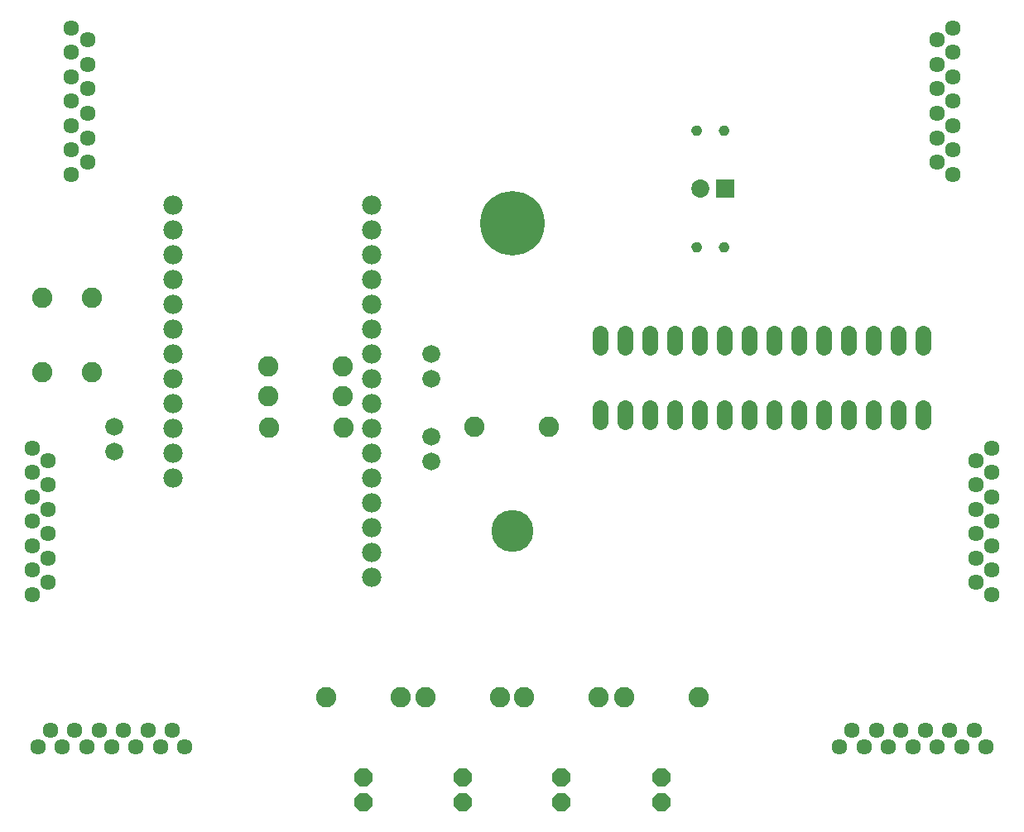
<source format=gts>
G75*
%MOIN*%
%OFA0B0*%
%FSLAX25Y25*%
%IPPOS*%
%LPD*%
%AMOC8*
5,1,8,0,0,1.08239X$1,22.5*
%
%ADD10C,0.25997*%
%ADD11C,0.16942*%
%ADD12C,0.07800*%
%ADD13C,0.06350*%
%ADD14C,0.08200*%
%ADD15C,0.07200*%
%ADD16C,0.00500*%
%ADD17R,0.07300X0.07300*%
%ADD18C,0.07300*%
%ADD19OC8,0.07400*%
%ADD20C,0.06400*%
D10*
X0241757Y0256435D03*
D11*
X0241757Y0132419D03*
D12*
X0185301Y0133600D03*
X0185301Y0123600D03*
X0185301Y0113600D03*
X0185301Y0143600D03*
X0185301Y0153600D03*
X0185301Y0163600D03*
X0185301Y0173600D03*
X0185301Y0183600D03*
X0185301Y0193600D03*
X0185301Y0203600D03*
X0185301Y0213600D03*
X0185301Y0223600D03*
X0185301Y0233600D03*
X0185301Y0243600D03*
X0185301Y0253600D03*
X0185301Y0263600D03*
X0105301Y0263600D03*
X0105301Y0253600D03*
X0105301Y0243600D03*
X0105301Y0233600D03*
X0105301Y0223600D03*
X0105301Y0213600D03*
X0105301Y0203600D03*
X0105301Y0193600D03*
X0105301Y0183600D03*
X0105301Y0173600D03*
X0105301Y0163600D03*
X0105301Y0153600D03*
D13*
X0050852Y0045490D03*
X0055773Y0051986D03*
X0060694Y0045490D03*
X0065616Y0051986D03*
X0070537Y0045490D03*
X0075458Y0051986D03*
X0080380Y0045490D03*
X0085301Y0051986D03*
X0090222Y0045490D03*
X0095143Y0051986D03*
X0100065Y0045490D03*
X0104986Y0051986D03*
X0109907Y0045490D03*
X0048529Y0106789D03*
X0055025Y0111711D03*
X0048529Y0116632D03*
X0055025Y0121553D03*
X0048529Y0126475D03*
X0055025Y0131396D03*
X0048529Y0136317D03*
X0055025Y0141238D03*
X0048529Y0146160D03*
X0055025Y0151081D03*
X0048529Y0156002D03*
X0055025Y0160923D03*
X0048529Y0165845D03*
X0064277Y0276160D03*
X0070773Y0281081D03*
X0064277Y0286002D03*
X0070773Y0290923D03*
X0064277Y0295845D03*
X0070773Y0300766D03*
X0064277Y0305687D03*
X0070773Y0310608D03*
X0064277Y0315530D03*
X0070773Y0320451D03*
X0064277Y0325372D03*
X0070773Y0330293D03*
X0064277Y0335215D03*
X0412742Y0330293D03*
X0419238Y0335215D03*
X0419238Y0325372D03*
X0412742Y0320451D03*
X0419238Y0315530D03*
X0412742Y0310608D03*
X0419238Y0305687D03*
X0412742Y0300766D03*
X0419238Y0295845D03*
X0412742Y0290923D03*
X0419238Y0286002D03*
X0412742Y0281081D03*
X0419238Y0276160D03*
X0434986Y0165845D03*
X0428490Y0160923D03*
X0434986Y0156002D03*
X0428490Y0151081D03*
X0434986Y0146160D03*
X0428490Y0141238D03*
X0434986Y0136317D03*
X0428490Y0131396D03*
X0434986Y0126475D03*
X0428490Y0121553D03*
X0434986Y0116632D03*
X0428490Y0111711D03*
X0434986Y0106789D03*
X0427742Y0051986D03*
X0432663Y0045490D03*
X0422820Y0045490D03*
X0417899Y0051986D03*
X0412978Y0045490D03*
X0408057Y0051986D03*
X0403135Y0045490D03*
X0398214Y0051986D03*
X0393293Y0045490D03*
X0388372Y0051986D03*
X0383450Y0045490D03*
X0378529Y0051986D03*
X0373608Y0045490D03*
D14*
X0316797Y0065490D03*
X0286797Y0065490D03*
X0276639Y0065490D03*
X0246639Y0065490D03*
X0236876Y0065490D03*
X0206876Y0065490D03*
X0196718Y0065490D03*
X0166718Y0065490D03*
X0173800Y0174209D03*
X0173600Y0186909D03*
X0173600Y0198609D03*
X0143600Y0198609D03*
X0143600Y0186909D03*
X0143800Y0174209D03*
X0072600Y0196309D03*
X0052600Y0196309D03*
X0052600Y0226309D03*
X0072600Y0226309D03*
X0226600Y0174309D03*
X0256600Y0174309D03*
D15*
X0209200Y0170509D03*
X0209200Y0160509D03*
X0209200Y0193609D03*
X0209200Y0203609D03*
X0081600Y0174309D03*
X0081600Y0164309D03*
D16*
X0314372Y0246369D02*
X0314320Y0246749D01*
X0314355Y0247149D01*
X0314478Y0247532D01*
X0314684Y0247878D01*
X0314961Y0248169D01*
X0315296Y0248391D01*
X0315672Y0248534D01*
X0316070Y0248589D01*
X0316463Y0248538D01*
X0316835Y0248400D01*
X0317167Y0248184D01*
X0317442Y0247899D01*
X0317648Y0247560D01*
X0317772Y0247184D01*
X0317810Y0246789D01*
X0317763Y0246406D01*
X0317633Y0246042D01*
X0317424Y0245717D01*
X0317149Y0245446D01*
X0316820Y0245243D01*
X0316454Y0245119D01*
X0316070Y0245079D01*
X0315689Y0245113D01*
X0315324Y0245231D01*
X0314995Y0245427D01*
X0314718Y0245691D01*
X0314507Y0246011D01*
X0314372Y0246369D01*
X0314338Y0246615D02*
X0317789Y0246615D01*
X0317779Y0247114D02*
X0314352Y0247114D01*
X0314526Y0247612D02*
X0317616Y0247612D01*
X0317237Y0248111D02*
X0314905Y0248111D01*
X0314467Y0246117D02*
X0317660Y0246117D01*
X0317324Y0245618D02*
X0314794Y0245618D01*
X0315667Y0245120D02*
X0316458Y0245120D01*
X0325392Y0246369D02*
X0325340Y0246749D01*
X0325375Y0247149D01*
X0325498Y0247532D01*
X0325704Y0247878D01*
X0325981Y0248169D01*
X0326316Y0248391D01*
X0326692Y0248534D01*
X0327090Y0248589D01*
X0327483Y0248538D01*
X0327855Y0248400D01*
X0328187Y0248184D01*
X0328462Y0247899D01*
X0328668Y0247560D01*
X0328792Y0247184D01*
X0328830Y0246789D01*
X0328783Y0246406D01*
X0328653Y0246042D01*
X0328444Y0245717D01*
X0328169Y0245446D01*
X0327840Y0245243D01*
X0327474Y0245119D01*
X0327090Y0245079D01*
X0326709Y0245113D01*
X0326344Y0245231D01*
X0326015Y0245427D01*
X0325738Y0245691D01*
X0325527Y0246011D01*
X0325392Y0246369D01*
X0325358Y0246615D02*
X0328809Y0246615D01*
X0328799Y0247114D02*
X0325372Y0247114D01*
X0325546Y0247612D02*
X0328636Y0247612D01*
X0328258Y0248111D02*
X0325926Y0248111D01*
X0325487Y0246117D02*
X0328680Y0246117D01*
X0328344Y0245618D02*
X0325815Y0245618D01*
X0326687Y0245120D02*
X0327478Y0245120D01*
X0327090Y0292079D02*
X0327474Y0292119D01*
X0327840Y0292243D01*
X0328169Y0292446D01*
X0328444Y0292717D01*
X0328653Y0293042D01*
X0328783Y0293406D01*
X0328830Y0293789D01*
X0328792Y0294184D01*
X0328668Y0294560D01*
X0328462Y0294899D01*
X0328187Y0295184D01*
X0327855Y0295400D01*
X0327483Y0295538D01*
X0327090Y0295589D01*
X0326692Y0295534D01*
X0326316Y0295391D01*
X0325981Y0295169D01*
X0325704Y0294878D01*
X0325498Y0294532D01*
X0325375Y0294149D01*
X0325340Y0293749D01*
X0325392Y0293369D01*
X0325527Y0293011D01*
X0325738Y0292691D01*
X0326015Y0292427D01*
X0326344Y0292231D01*
X0326709Y0292113D01*
X0327090Y0292079D01*
X0328202Y0292478D02*
X0325961Y0292478D01*
X0325549Y0292977D02*
X0328611Y0292977D01*
X0328792Y0293475D02*
X0325377Y0293475D01*
X0325360Y0293974D02*
X0328812Y0293974D01*
X0328697Y0294473D02*
X0325479Y0294473D01*
X0325792Y0294971D02*
X0328393Y0294971D01*
X0327668Y0295470D02*
X0326522Y0295470D01*
X0317772Y0294184D02*
X0317810Y0293789D01*
X0317763Y0293406D01*
X0317633Y0293042D01*
X0317424Y0292717D01*
X0317149Y0292446D01*
X0316820Y0292243D01*
X0316454Y0292119D01*
X0316070Y0292079D01*
X0315689Y0292113D01*
X0315324Y0292231D01*
X0314995Y0292427D01*
X0314718Y0292691D01*
X0314507Y0293011D01*
X0314372Y0293369D01*
X0314320Y0293749D01*
X0314355Y0294149D01*
X0314478Y0294532D01*
X0314684Y0294878D01*
X0314961Y0295169D01*
X0315296Y0295391D01*
X0315672Y0295534D01*
X0316070Y0295589D01*
X0316463Y0295538D01*
X0316835Y0295400D01*
X0317167Y0295184D01*
X0317442Y0294899D01*
X0317648Y0294560D01*
X0317772Y0294184D01*
X0317792Y0293974D02*
X0314340Y0293974D01*
X0314357Y0293475D02*
X0317772Y0293475D01*
X0317591Y0292977D02*
X0314529Y0292977D01*
X0314941Y0292478D02*
X0317182Y0292478D01*
X0317676Y0294473D02*
X0314459Y0294473D01*
X0314772Y0294971D02*
X0317373Y0294971D01*
X0316648Y0295470D02*
X0315502Y0295470D01*
D17*
X0327421Y0270309D03*
D18*
X0317579Y0270309D03*
D19*
X0301797Y0033089D03*
X0301797Y0023089D03*
X0261639Y0023089D03*
X0261639Y0033089D03*
X0221876Y0033089D03*
X0221876Y0023089D03*
X0181718Y0023089D03*
X0181718Y0033089D03*
D20*
X0277151Y0176509D02*
X0277151Y0182109D01*
X0287151Y0182109D02*
X0287151Y0176509D01*
X0297151Y0176509D02*
X0297151Y0182109D01*
X0307151Y0182109D02*
X0307151Y0176509D01*
X0317151Y0176509D02*
X0317151Y0182109D01*
X0327151Y0182109D02*
X0327151Y0176509D01*
X0337151Y0176509D02*
X0337151Y0182109D01*
X0347151Y0182109D02*
X0347151Y0176509D01*
X0357151Y0176509D02*
X0357151Y0182109D01*
X0367151Y0182109D02*
X0367151Y0176509D01*
X0377151Y0176509D02*
X0377151Y0182109D01*
X0387151Y0182109D02*
X0387151Y0176509D01*
X0397151Y0176509D02*
X0397151Y0182109D01*
X0407151Y0182109D02*
X0407151Y0176509D01*
X0407151Y0206509D02*
X0407151Y0212109D01*
X0397151Y0212109D02*
X0397151Y0206509D01*
X0387151Y0206509D02*
X0387151Y0212109D01*
X0377151Y0212109D02*
X0377151Y0206509D01*
X0367151Y0206509D02*
X0367151Y0212109D01*
X0357151Y0212109D02*
X0357151Y0206509D01*
X0347151Y0206509D02*
X0347151Y0212109D01*
X0337151Y0212109D02*
X0337151Y0206509D01*
X0327151Y0206509D02*
X0327151Y0212109D01*
X0317151Y0212109D02*
X0317151Y0206509D01*
X0307151Y0206509D02*
X0307151Y0212109D01*
X0297151Y0212109D02*
X0297151Y0206509D01*
X0287151Y0206509D02*
X0287151Y0212109D01*
X0277151Y0212109D02*
X0277151Y0206509D01*
M02*

</source>
